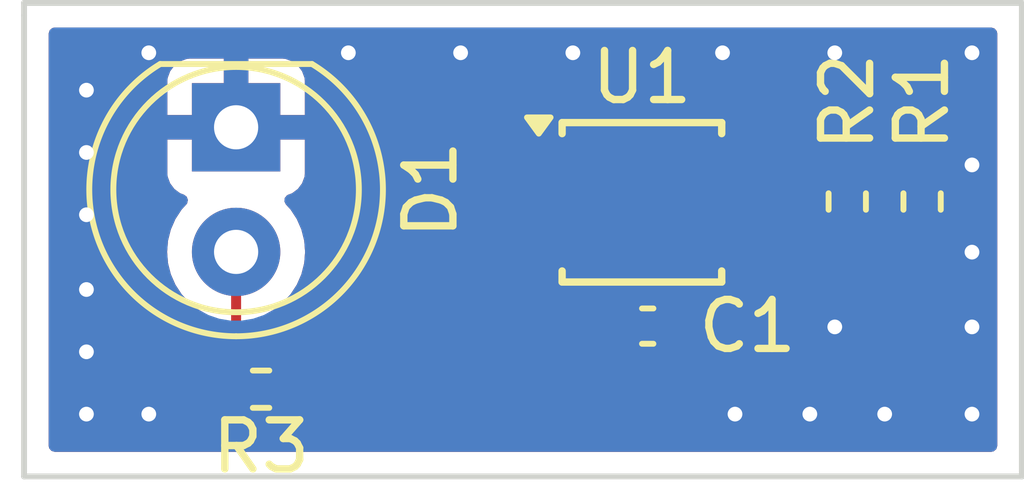
<source format=kicad_pcb>
(kicad_pcb (version 20221018) (generator pcbnew)
  (layers (0 "F.Cu" signal) (31 "B.Cu" signal) (34 "B.Paste" user) (35 "F.Paste" user) (36 "B.SilkS" user "B.Silkscreen") (37 "F.SilkS" user "F.Silkscreen") (38 "B.Mask" user) (39 "F.Mask" user) (44 "Edge.Cuts" user))
  (net 0 "")
  (net 1 "+3V3")
  (net 2 "GND")
  (net 3 "Net-(D1-A)")
  (net 4 "Net-(U1-SCL)")
  (net 5 "Net-(U1-SDA)")
  (footprint "" (layer "F.Cu") (at 142.24 104.886 180)
    (fp_text reference "C1" (at -2.032 0) (layer "F.SilkS"))
    (fp_text value "100n")
    (fp_line (start -0.115835 -0.36) (end 0.115835 -0.36) (layer "F.SilkS") (stroke (width 0.12)))
    (fp_line (start -0.115835 0.36) (end 0.115835 0.36) (layer "F.SilkS") (stroke (width 0.12)))
    (pad "1" smd roundrect (at -0.5675 0 180) (size 0.735 0.62) (layers "F.Cu" "F.Paste" "F.Mask") (net 1 "+3V3"))
    (pad "2" smd roundrect (at 0.5675 0 180) (size 0.735 0.62) (layers "F.Cu" "F.Paste" "F.Mask") (net 2 "GND"))
  )
  (footprint "" (layer "F.Cu") (at 134.366 106.172 180)
    (fp_text reference "R3" (at 0 -1.17) (layer "F.SilkS"))
    (fp_text value "1k")
    (fp_line (start -0.167621 -0.38) (end 0.167621 -0.38) (layer "F.SilkS") (stroke (width 0.12)))
    (fp_line (start -0.167621 0.38) (end 0.167621 0.38) (layer "F.SilkS") (stroke (width 0.12)))
    (pad "1" smd roundrect (at -0.5975 0 180) (size 0.715 0.64) (layers "F.Cu" "F.Paste" "F.Mask") (net 1 "+3V3"))
    (pad "2" smd roundrect (at 0.5975 0 180) (size 0.715 0.64) (layers "F.Cu" "F.Paste" "F.Mask") (net 3 "Net-(D1-A)"))
  )
  (footprint "" (layer "F.Cu") (at 147.828 102.346 90)
    (fp_text reference "R1" (at 2.032 0 90) (layer "F.SilkS"))
    (fp_text value "4k7")
    (fp_line (start -0.167621 -0.38) (end 0.167621 -0.38) (layer "F.SilkS") (stroke (width 0.12)))
    (fp_line (start -0.167621 0.38) (end 0.167621 0.38) (layer "F.SilkS") (stroke (width 0.12)))
    (pad "1" smd roundrect (at -0.5975 0 90) (size 0.715 0.64) (layers "F.Cu" "F.Paste" "F.Mask") (net 1 "+3V3"))
    (pad "2" smd roundrect (at 0.5975 0 90) (size 0.715 0.64) (layers "F.Cu" "F.Paste" "F.Mask") (net 4 "Net-(U1-SCL)"))
  )
  (footprint "" (layer "F.Cu") (at 146.304 102.346 90)
    (fp_text reference "R2" (at 2.032 0 90) (layer "F.SilkS"))
    (fp_text value "4k7")
    (fp_line (start -0.167621 -0.38) (end 0.167621 -0.38) (layer "F.SilkS") (stroke (width 0.12)))
    (fp_line (start -0.167621 0.38) (end 0.167621 0.38) (layer "F.SilkS") (stroke (width 0.12)))
    (pad "1" smd roundrect (at -0.5975 0 90) (size 0.715 0.64) (layers "F.Cu" "F.Paste" "F.Mask") (net 1 "+3V3"))
    (pad "2" smd roundrect (at 0.5975 0 90) (size 0.715 0.64) (layers "F.Cu" "F.Paste" "F.Mask") (net 5 "Net-(U1-SDA)"))
  )
  (footprint "" (layer "F.Cu") (at 133.858 100.833 -90)
    (fp_text reference "D1" (at 1.27 -3.96 90) (layer "F.SilkS"))
    (fp_text value "RED")
    (fp_line (start -1.29 -1.545) (end -1.29 1.545) (layer "F.SilkS") (stroke (width 0.12)))
    (fp_arc (start -1.29 -1.54483) (mid 2.072002 -2.880433) (end 4.26 0.000462) (layer "F.SilkS") (stroke (width 0.12)))
    (fp_arc (start 4.26 -0.000462) (mid 2.072002 2.880433) (end -1.29 1.54483) (layer "F.SilkS") (stroke (width 0.12)))
    (fp_circle (center 1.27 0) (end 3.77 0) (layer "F.SilkS") (stroke (width 0.12)) (fill none))
    (pad "1" thru_hole rect (at 0 0 270) (size 1.8 1.8) (drill 0.9) (layers *.Cu *.Mask) (net 2 "GND"))
    (pad "2" thru_hole circle (at 2.54 0 270) (size 1.8 1.8) (drill 0.9) (layers *.Cu *.Mask) (net 3 "Net-(D1-A)"))
  )
  (footprint "Package_SO:TSSOP-10_3x3mm_P0.5mm" (layer "F.Cu") (at 142.122 102.362)
    (fp_text reference "U1" (at 0 -2.55) (layer "F.SilkS"))
    (fp_text value "ADS1115IDGS")
    (fp_line (start -1.625 -1.625) (end -1.625 -1.4) (layer "F.SilkS") (stroke (width 0.15)))
    (fp_line (start -1.625 -1.625) (end 1.625 -1.625) (layer "F.SilkS") (stroke (width 0.15)))
    (fp_line (start -1.625 1.625) (end -1.625 1.4) (layer "F.SilkS") (stroke (width 0.15)))
    (fp_line (start -1.625 1.625) (end 1.625 1.625) (layer "F.SilkS") (stroke (width 0.15)))
    (fp_line (start 1.625 -1.625) (end 1.625 -1.4) (layer "F.SilkS") (stroke (width 0.15)))
    (fp_line (start 1.625 1.625) (end 1.625 1.4) (layer "F.SilkS") (stroke (width 0.15)))
    (fp_poly (pts (xy -2.1 -1.4) (xy -2.34 -1.73) (xy -1.86 -1.73) (xy -2.1 -1.4)) (layer "F.SilkS") (stroke (width 0.12)) (fill solid))
    (pad "1" smd rect (at -2.15 -1) (size 1.1 0.25) (layers "F.Cu" "F.Paste" "F.Mask"))
    (pad "2" smd rect (at -2.15 -0.5) (size 1.1 0.25) (layers "F.Cu" "F.Paste" "F.Mask"))
    (pad "3" smd rect (at -2.15 0) (size 1.1 0.25) (layers "F.Cu" "F.Paste" "F.Mask") (net 2 "GND"))
    (pad "4" smd rect (at -2.15 0.5) (size 1.1 0.25) (layers "F.Cu" "F.Paste" "F.Mask") (net 2 "GND"))
    (pad "5" smd rect (at -2.15 1) (size 1.1 0.25) (layers "F.Cu" "F.Paste" "F.Mask") (net 2 "GND"))
    (pad "6" smd rect (at 2.15 1) (size 1.1 0.25) (layers "F.Cu" "F.Paste" "F.Mask") (net 2 "GND"))
    (pad "7" smd rect (at 2.15 0.5) (size 1.1 0.25) (layers "F.Cu" "F.Paste" "F.Mask") (net 2 "GND"))
    (pad "8" smd rect (at 2.15 0) (size 1.1 0.25) (layers "F.Cu" "F.Paste" "F.Mask") (net 1 "+3V3"))
    (pad "9" smd rect (at 2.15 -0.5) (size 1.1 0.25) (layers "F.Cu" "F.Paste" "F.Mask") (net 5 "Net-(U1-SDA)"))
    (pad "10" smd rect (at 2.15 -1) (size 1.1 0.25) (layers "F.Cu" "F.Paste" "F.Mask") (net 4 "Net-(U1-SCL)"))
  )
  (gr_line (start 129.54 98.552) (end 129.54 107.95) (layer "Edge.Cuts") (width 0.12))
  (gr_line (start 129.54 98.298) (end 129.54 98.552) (layer "Edge.Cuts") (width 0.12))
  (gr_line (start 149.86 98.298) (end 129.54 98.298) (layer "Edge.Cuts") (width 0.12))
  (gr_line (start 149.86 107.95) (end 149.86 98.298) (layer "Edge.Cuts") (width 0.12))
  (gr_line (start 129.54 107.95) (end 149.86 107.95) (layer "Edge.Cuts") (width 0.12))
  (segment (start 140.462 106.426) (end 142.494 106.426) (width 0.2032) (layer "F.Cu") (net 1))
  (segment (start 142.8075 106.1125) (end 142.8075 104.886) (width 0.2032) (layer "F.Cu") (net 1))
  (segment (start 145.05 102.362) (end 144.272 102.362) (width 0.2032) (layer "F.Cu") (net 1))
  (segment (start 142.8075 104.886) (end 142.8075 103.0483) (width 0.2032) (layer "F.Cu") (net 1))
  (segment (start 142.494 106.426) (end 142.8075 106.1125) (width 0.2032) (layer "F.Cu") (net 1))
  (segment (start 143.4938 102.362) (end 144.272 102.362) (width 0.2032) (layer "F.Cu") (net 1))
  (segment (start 146.304 102.9435) (end 145.6315 102.9435) (width 0.2032) (layer "F.Cu") (net 1))
  (segment (start 140.208 106.172) (end 140.462 106.426) (width 0.2032) (layer "F.Cu") (net 1))
  (segment (start 134.9635 106.172) (end 140.208 106.172) (width 0.2032) (layer "F.Cu") (net 1))
  (segment (start 145.6315 102.9435) (end 145.05 102.362) (width 0.2032) (layer "F.Cu") (net 1))
  (segment (start 142.8075 103.0483) (end 143.4938 102.362) (width 0.2032) (layer "F.Cu") (net 1))
  (segment (start 147.828 102.9435) (end 146.304 102.9435) (width 0.2032) (layer "F.Cu") (net 1))
  (via (at 148.844 104.902) (size 0.6) (drill 0.3) (layers "F.Cu" "B.Cu") (net 2))
  (via (at 136.144 99.314) (size 0.6) (drill 0.3) (layers "F.Cu" "B.Cu") (net 2))
  (via (at 147.066 106.68) (size 0.6) (drill 0.3) (layers "F.Cu" "B.Cu") (net 2))
  (via (at 148.844 99.314) (size 0.6) (drill 0.3) (layers "F.Cu" "B.Cu") (net 2))
  (via (at 143.764 99.314) (size 0.6) (drill 0.3) (layers "F.Cu" "B.Cu") (net 2))
  (via (at 130.81 106.68) (size 0.6) (drill 0.3) (layers "F.Cu" "B.Cu") (net 2))
  (via (at 132.08 99.314) (size 0.6) (drill 0.3) (layers "F.Cu" "B.Cu") (net 2))
  (via (at 146.05 99.314) (size 0.6) (drill 0.3) (layers "F.Cu" "B.Cu") (net 2))
  (via (at 146.05 104.902) (size 0.6) (drill 0.3) (layers "F.Cu" "B.Cu") (net 2))
  (via (at 130.81 105.41) (size 0.6) (drill 0.3) (layers "F.Cu" "B.Cu") (net 2))
  (via (at 148.844 106.68) (size 0.6) (drill 0.3) (layers "F.Cu" "B.Cu") (net 2))
  (via (at 130.81 104.14) (size 0.6) (drill 0.3) (layers "F.Cu" "B.Cu") (net 2))
  (via (at 144.018 106.68) (size 0.6) (drill 0.3) (layers "F.Cu" "B.Cu") (net 2))
  (via (at 130.81 100.076) (size 0.6) (drill 0.3) (layers "F.Cu" "B.Cu") (net 2))
  (via (at 148.844 101.6) (size 0.6) (drill 0.3) (layers "F.Cu" "B.Cu") (net 2))
  (via (at 140.716 99.314) (size 0.6) (drill 0.3) (layers "F.Cu" "B.Cu") (net 2))
  (via (at 145.542 106.68) (size 0.6) (drill 0.3) (layers "F.Cu" "B.Cu") (net 2))
  (via (at 130.81 102.616) (size 0.6) (drill 0.3) (layers "F.Cu" "B.Cu") (net 2))
  (via (at 138.43 99.314) (size 0.6) (drill 0.3) (layers "F.Cu" "B.Cu") (net 2))
  (via (at 148.844 103.378) (size 0.6) (drill 0.3) (layers "F.Cu" "B.Cu") (net 2))
  (via (at 130.81 101.346) (size 0.6) (drill 0.3) (layers "F.Cu" "B.Cu") (net 2))
  (via (at 132.08 106.68) (size 0.6) (drill 0.3) (layers "F.Cu" "B.Cu") (net 2))
  (segment (start 133.858 106.0825) (end 133.858 103.373) (width 0.2032) (layer "F.Cu") (net 3))
  (segment (start 133.7685 106.172) (end 133.858 106.0825) (width 0.2032) (layer "F.Cu") (net 3))
  (segment (start 145.51 101.362) (end 144.272 101.362) (width 0.2032) (layer "F.Cu") (net 4))
  (segment (start 146.05 100.822) (end 145.51 101.362) (width 0.2032) (layer "F.Cu") (net 4))
  (segment (start 147.32 100.822) (end 146.05 100.822) (width 0.2032) (layer "F.Cu") (net 4))
  (segment (start 147.828 101.33) (end 147.32 100.822) (width 0.2032) (layer "F.Cu") (net 4))
  (segment (start 147.828 101.7485) (end 147.828 101.33) (width 0.2032) (layer "F.Cu") (net 4))
  (segment (start 144.272 101.862) (end 146.1905 101.862) (width 0.2032) (layer "F.Cu") (net 5))
  (segment (start 146.1905 101.862) (end 146.304 101.7485) (width 0.2032) (layer "F.Cu") (net 5))
  (zone (net 2) (net_name "GND") (layers "F&B.Cu") (connect_pads (clearance 0.5)) (min_thickness 0.25) (fill yes (thermal_gap 0.5) (thermal_bridge_width 0.5))
    (polygon (pts (xy 129.54 107.95) (xy 149.86 107.95) (xy 149.86 98.298) (xy 129.54 98.298)))
  )
)
</source>
